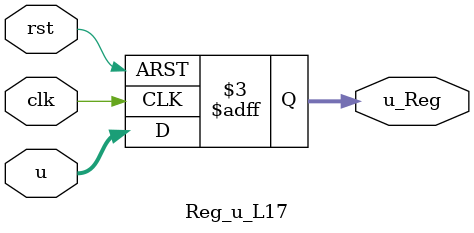
<source format=v>
module Reg_u_L17(u_Reg,clk,rst,u);
output reg [2:0] u_Reg;
input clk,rst;
input [2:0] u;

always @ (posedge clk or negedge rst)
	begin
		if (!rst ) 
			u_Reg<=0; 
		else  
			u_Reg<=u; 
	end
endmodule

</source>
